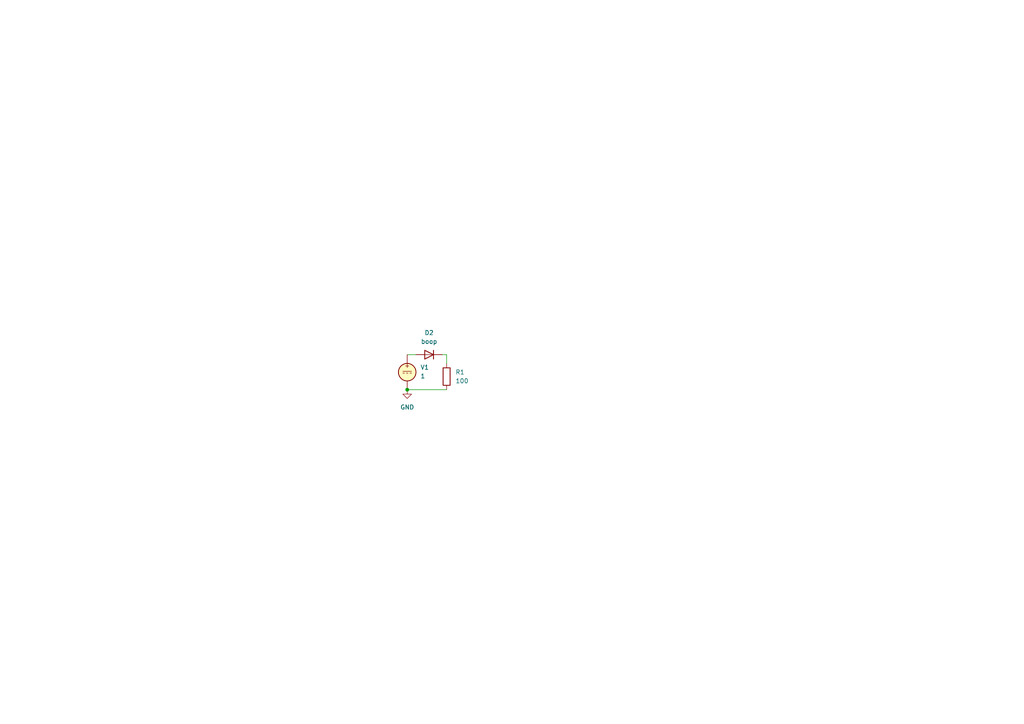
<source format=kicad_sch>
(kicad_sch (version 20250114) (generator "eeschema") (generator_version "9.0")
  (paper "A4")
  (lib_symbols
    (symbol "Device:R" (pin_numbers (hide yes)) (pin_names (offset 0))
      (property "Reference" "R" (at 2.032 0 90))
      (property "Value" "R" (at 0 0 90))
      (symbol "R_0_1"
        (rectangle (start -1.016 -2.54) (end 1.016 2.54) (stroke (width 0.254)))
      )
      (symbol "R_1_1"
        (pin passive line (at 0 3.81 270) (length 1.27) (name "~") (number "1"))
        (pin passive line (at 0 -3.81 90) (length 1.27) (name "~") (number "2"))
      )
    )
    (symbol "Diode:1N4007" (pin_numbers (hide yes)) (pin_names (hide yes))
      (property "Reference" "D" (at 0 2.54 0))
      (property "Value" "1N4007" (at 0 -2.54 0))
      (symbol "1N4007_0_1"
        (polyline (pts (xy -1.27 1.27) (xy -1.27 -1.27)) (stroke (width 0.254)))
        (polyline (pts (xy 1.27 1.27) (xy 1.27 -1.27) (xy -1.27 0) (xy 1.27 1.27)) (stroke (width 0.254)))
        (polyline (pts (xy 1.27 0) (xy -1.27 0)))
      )
      (symbol "1N4007_1_1"
        (pin passive line (at -3.81 0 0) (length 2.54) (name "K") (number "1"))
        (pin passive line (at 3.81 0 180) (length 2.54) (name "A") (number "2"))
      )
    )
    (symbol "Simulation_SPICE:VDC" (pin_numbers (hide yes)) (pin_names (offset 0.0254))
      (property "Reference" "V" (at 2.54 2.54 0))
      (property "Value" "1" (at 2.54 0 0))
      (symbol "VDC_0_0"
        (polyline (pts (xy -1.27 0.254) (xy 1.27 0.254)))
        (polyline (pts (xy -0.762 -0.254) (xy -1.27 -0.254)))
        (polyline (pts (xy 0.254 -0.254) (xy -0.254 -0.254)))
        (polyline (pts (xy 1.27 -0.254) (xy 0.762 -0.254)))
        (text "+" (at 0 1.905 0) (effects (font (size 1.27 1.27))))
      )
      (symbol "VDC_0_1"
        (circle (center 0 0) (radius 2.54) (stroke (width 0.254)) (fill (type background)))
      )
      (symbol "VDC_1_1"
        (pin passive line (at 0 5.08 270) (length 2.54) (name "~") (number "1"))
        (pin passive line (at 0 -5.08 90) (length 2.54) (name "~") (number "2"))
      )
    )
    (symbol "power:GND" (power) (pin_numbers (hide yes)) (pin_names (offset 0) (hide yes))
      (property "Value" "GND" (at 0 -3.81 0))
      (symbol "GND_0_1"
        (polyline (pts (xy 0 0) (xy 0 -1.27) (xy 1.27 -1.27) (xy 0 -2.54) (xy -1.27 -1.27) (xy 0 -1.27)))
      )
      (symbol "GND_1_1"
        (pin power_in line (at 0 0 270) (length 0) (name "~") (number "1"))
      )
    )
  )
  (junction (at 118.11 113.03))
  (wire (pts (xy 129.54 105.41) (xy 129.54 102.87)))
  (wire (pts (xy 118.11 102.87) (xy 120.65 102.87)))
  (wire (pts (xy 118.11 113.03) (xy 129.54 113.03)))
  (wire (pts (xy 128.27 102.87) (xy 129.54 102.87)))
  (symbol (lib_id "Simulation_SPICE:VDC") (at 118.11 107.95 0) (unit 1)
    (property "Reference" "V1" (at 121.92 106.5501 0) (effects (justify left)))
    (property "Value" "1" (at 121.92 109.0901 0) (effects (justify left)))
    (property "Datasheet" "https://ngspice.sourceforge.io/docs/ngspice-html-manual/manual.xhtml#sec_Independent_Sources_for" (effects (hide yes)))
    (property "Description" "Voltage source, DC" (effects (hide yes)))
    (property "Sim.Pins" "1=+ 2=-" (effects (hide yes)))
    (property "Sim.Type" "DC" (effects (hide yes)))
    (property "Sim.Device" "V" (effects (hide yes)))
  )
  (symbol (lib_id "Diode:1N4007") (at 124.46 102.87 180) (unit 1)
    (property "Reference" "D2" (at 124.46 96.52 0))
    (property "Value" "boop" (at 124.46 99.06 0))
    (property "Footprint" "Diode_THT:D_DO-41_SOD81_P10.16mm_Horizontal" (effects (hide yes)))
    (property "Datasheet" "http://www.vishay.com/docs/88503/1n4001.pdf" (effects (hide yes)))
    (property "Description" "1000V 1A General Purpose Rectifier Diode, DO-41" (effects (hide yes)))
    (property "Sim.Device" "boop" (effects (hide yes)))
    (property "Sim.Pins" "1=K 2=A" (effects (hide yes)))
  )
  (symbol (lib_id "power:GND") (at 118.11 113.03 0) (unit 1)
    (property "Reference" "#PWR01" (effects (hide yes)))
    (property "Value" "GND" (at 118.11 118.11 0))
    (property "Description" "Power symbol creates a global label with name \"GND\" , ground" (effects (hide yes)))
  )
  (symbol (lib_id "Device:R") (at 129.54 109.22 0) (unit 1)
    (property "Reference" "R1" (at 132.08 107.9499 0) (effects (justify left)))
    (property "Value" "100" (at 132.08 110.4899 0) (effects (justify left)))
    (property "Description" "Resistor" (effects (hide yes)))
  )
)
</source>
